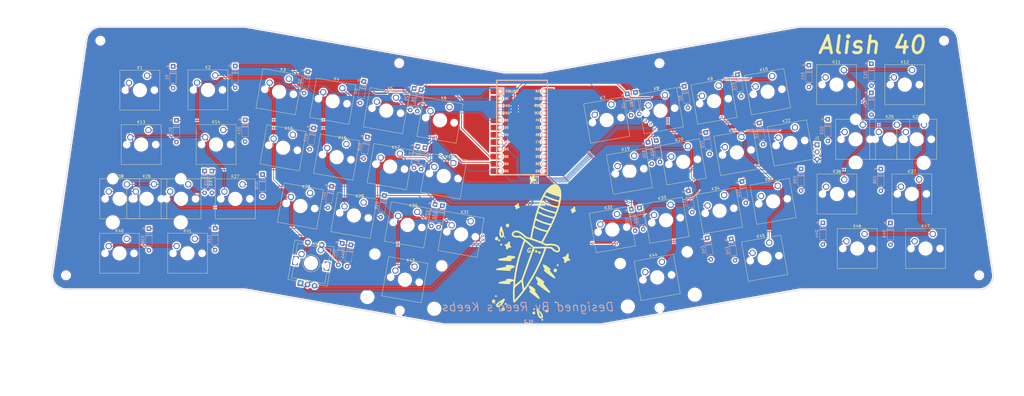
<source format=kicad_pcb>
(kicad_pcb (version 20211014) (generator pcbnew)
  (layers (0 "F.Cu" signal) (31 "B.Cu" signal) (34 "B.Paste" user) (35 "F.Paste" user) (36 "B.SilkS" user "B.Silkscreen") (37 "F.SilkS" user "F.Silkscreen") (38 "B.Mask" user) (39 "F.Mask" user) (44 "Edge.Cuts" user))
  (net 0 "")
  (net 3 "Net-(D1-Pad2)")
  (net 4 "Net-(D2-Pad2)")
  (net 5 "Net-(D3-Pad2)")
  (net 6 "Net-(D4-Pad2)")
  (net 7 "Net-(D5-Pad2)")
  (net 8 "Net-(D6-Pad2)")
  (net 9 "Net-(D7-Pad2)")
  (net 10 "Net-(D8-Pad2)")
  (net 11 "Net-(D9-Pad2)")
  (net 12 "Net-(D10-Pad2)")
  (net 13 "Net-(D11-Pad2)")
  (net 14 "Net-(D12-Pad2)")
  (net 15 "Net-(D13-Pad2)")
  (net 16 "Net-(D14-Pad2)")
  (net 17 "Net-(D15-Pad2)")
  (net 18 "Net-(D16-Pad2)")
  (net 19 "Net-(D17-Pad2)")
  (net 20 "Net-(D18-Pad2)")
  (net 21 "Net-(D19-Pad2)")
  (net 22 "Net-(D20-Pad2)")
  (net 23 "Net-(D21-Pad2)")
  (net 24 "Net-(D22-Pad2)")
  (net 25 "Net-(D23-Pad2)")
  (net 26 "Net-(D24-Pad2)")
  (net 27 "Net-(D25-Pad2)")
  (net 28 "Net-(D26-Pad2)")
  (net 29 "Net-(D27-Pad2)")
  (net 30 "Net-(D28-Pad2)")
  (net 31 "Net-(D29-Pad2)")
  (net 32 "Net-(D30-Pad2)")
  (net 33 "Net-(D31-Pad2)")
  (net 34 "Net-(D32-Pad2)")
  (net 35 "Net-(D33-Pad2)")
  (net 36 "Net-(D34-Pad2)")
  (net 37 "Net-(D35-Pad2)")
  (net 38 "Net-(D36-Pad2)")
  (net 39 "Net-(D37-Pad2)")
  (net 40 "Net-(D38-Pad2)")
  (net 41 "Net-(D39-Pad2)")
  (net 42 "Net-(D41-Pad2)")
  (net 43 "Net-(D42-Pad2)")
  (net 44 "Net-(D43-Pad2)")
  (net 45 "Net-(D44-Pad2)")
  (net 46 "Net-(D45-Pad2)")
  (net 48 "GND")
  (net 49 "ROW1")
  (net 50 "ROW2")
  (net 51 "ROW3")
  (net 52 "ROW4")
  (net 53 "ROW6")
  (net 54 "ROW5")
  (net 55 "ROW8")
  (net 56 "ROW7")
  (net 57 "COL2")
  (net 58 "ENCODER 1")
  (net 59 "ENCODER 2")
  (net 60 "RGB DIN")
  (net 61 "VCC")
  (net 62 "COL1")
  (net 63 "COL3")
  (net 64 "COL4")
  (net 65 "COL5")
  (net 66 "COL6")
  (net 67 "Net-(D40-Pad2)")
  (footprint "Button_Switch_Keyboard:SW_Cherry_MX_1.00u_PCB" (layer "F.Cu") (at 302.55 133.31 10)
    (fp_text reference "K35")
    (fp_text value "KEYSW")
  )
  (footprint "Button_Switch_Keyboard:SW_Cherry_MX_1.00u_PCB" (layer "F.Cu") (at 283.81 136.62 10)
    (fp_text reference "K34")
    (fp_text value "KEYSW")
  )
  (footprint "Button_Switch_Keyboard:SW_Cherry_MX_1.25u_PCB" (layer "F.Cu") (at 74.655 151.9)
    (fp_text reference "K40")
    (fp_text value "KEYSW")
  )
  (footprint "Button_Switch_Keyboard:SW_Cherry_MX_1.00u_PCB" (layer "F.Cu") (at 108.465 113.78)
    (fp_text reference "K14")
    (fp_text value "KEYSW")
  )
  (footprint "Button_Switch_Keyboard:SW_Cherry_MX_1.00u_PCB" (layer "F.Cu") (at 189.02 125.35 -10)
    (fp_text reference "K18")
    (fp_text value "KEYSW")
  )
  (footprint "Button_Switch_Keyboard:SW_Cherry_MX_1.25u_PCB" (layer "F.Cu") (at 98.475 151.87)
    (fp_text reference "K41")
    (fp_text value "KEYSW")
  )
  (footprint "Button_Switch_Keyboard:SW_Cherry_MX_1.00u_PCB" (layer "F.Cu") (at 246.29 143.22 10)
    (fp_text reference "K32")
    (fp_text value "KEYSW")
  )
  (footprint "Button_Switch_Keyboard:SW_Cherry_MX_1.00u_PCB" (layer "F.Cu") (at 132.78 115.44 -10)
    (fp_text reference "K15")
    (fp_text value "KEYSW")
  )
  (footprint "Button_Switch_Keyboard:SW_Cherry_MX_1.00u_PCB" (layer "F.Cu") (at 325.85 131.12)
    (fp_text reference "K36")
    (fp_text value "KEYSW")
  )
  (footprint "Button_Switch_Keyboard:SW_Cherry_MX_1.00u_PCB" (layer "F.Cu") (at 138.843545 135.838243 -10)
    (fp_text reference "K28")
    (fp_text value "KEYSW")
  )
  (footprint "Button_Switch_Keyboard:SW_Cherry_MX_1.00u_PCB" (layer "F.Cu") (at 151.543545 118.718243 -10)
    (fp_text reference "K16")
    (fp_text value "KEYSW")
  )
  (footprint "Button_Switch_Keyboard:SW_Cherry_MX_1.25u_PCB" (layer "F.Cu") (at 356.85 150.21)
    (fp_text reference "K47")
    (fp_text value "KEYSW")
  )
  (footprint "Button_Switch_Keyboard:SW_Cherry_MX_1.00u_PCB" (layer "F.Cu") (at 150.15 99.15 -10)
    (fp_text reference "K4")
    (fp_text value "KEYSW")
  )
  (footprint "Button_Switch_Keyboard:SW_Cherry_MX_1.00u_PCB" (layer "F.Cu") (at 105.62 94.67)
    (fp_text reference "K2")
    (fp_text value "KEYSW")
  )
  (footprint "Button_Switch_Keyboard:SW_Cherry_MX_1.00u_PCB" (layer "F.Cu") (at 252.299279 122.796111 10)
    (fp_text reference "K19")
    (fp_text value "KEYSW")
  )
  (footprint "Button_Switch_Keyboard:SW_Cherry_MX_1.00u_PCB" (layer "F.Cu") (at 300.64 94.94 10)
    (fp_text reference "K10")
    (fp_text value "KEYSW")
  )
  (footprint "Button_Switch_Keyboard:SW_Cherry_MX_1.00u_PCB" (layer "F.Cu") (at 332.35 111.96)
    (fp_text reference "K23")
    (fp_text value "KEYSW")
  )
  (footprint "Button_Switch_Keyboard:SW_Cherry_MX_1.25u_PCB" (layer "F.Cu") (at 332.95 150.21)
    (fp_text reference "K46")
    (fp_text value "KEYSW")
  )
  (footprint "Button_Switch_Keyboard:SW_Cherry_MX_1.00u_PCB" (layer "F.Cu") (at 244.319279 104.866111 10)
    (fp_text reference "K7")
    (fp_text value "KEYSW")
  )
  (footprint "Button_Switch_Keyboard:SW_Cherry_MX_1.00u_PCB" (layer "F.Cu") (at 195.09 145.74 -10)
    (fp_text reference "K31")
    (fp_text value "KEYSW")
  )
  (footprint "Button_Switch_Keyboard:SW_Cherry_MX_1.00u_PCB" (layer "F.Cu") (at 271.08 119.48 10)
    (fp_text reference "K20")
    (fp_text value "KEYSW")
  )
  (footprint "Keebio-Parts:Elite-C-castellated-24pin-holes" (layer "F.Cu") (at 213.05 114.2 -90)
    (fp_text reference "U1" hide)
    (fp_text value "ProMicro" hide)
  )
  (footprint "Button_Switch_Keyboard:SW_Cherry_MX_2.25u_PCB" (layer "F.Cu") (at 84.205 132.785)
    (fp_text reference "K26")
    (fp_text value "KEYSW")
  )
  (footprint "Button_Switch_Keyboard:SW_Cherry_MX_1.00u_PCB" (layer "F.Cu") (at 187.68 105.79 -10)
    (fp_text reference "K6")
    (fp_text value "KEYSW")
  )
  (footprint "Button_Switch_Keyboard:SW_Cherry_MX_1.00u_PCB" (layer "F.Cu") (at 157.583545 139.138243 -10)
    (fp_text reference "K29")
    (fp_text value "KEYSW")
  )
  (footprint "Button_Switch_Keyboard:SW_Cherry_MX_1.00u_PCB" (layer "F.Cu") (at 308.61 112.88 10)
    (fp_text reference "K22")
    (fp_text value "KEYSW")
  )
  (footprint "Button_Switch_Keyboard:SW_Cherry_MX_1.00u_PCB" (layer "F.Cu") (at 265.08 139.94 10)
    (fp_text reference "K33")
    (fp_text value "KEYSW")
  )
  (footprint "Button_Switch_Keyboard:SW_Cherry_MX_1.00u_PCB" (layer "F.Cu") (at 168.91 102.47 -10)
    (fp_text reference "K5")
    (fp_text value "KEYSW")
  )
  (footprint "Diode_THT:D_DO-35_SOD27_P7.62mm_Horizontal" (layer "F.Cu") (at 101.9 128.15 -90)
    (fp_text reference "D37")
    (fp_text value "1N4148")
  )
  (footprint "Button_Switch_Keyboard:SW_Cherry_MX_1.00u_PCB" (layer "F.Cu") (at 289.85 116.2 10)
    (fp_text reference "K21")
    (fp_text value "KEYSW")
  )
  (footprint "Button_Switch_Keyboard:SW_Cherry_MX_1.00u_PCB" (layer "F.Cu") (at 131.38 95.84 -10)
    (fp_text reference "K3")
    (fp_text value "KEYSW")
  )
  (footprint "Button_Switch_Keyboard:SW_Cherry_MX_1.00u_PCB" (layer "F.Cu") (at 170.27 122.06 -10)
    (fp_text reference "K17")
    (fp_text value "KEYSW")
  )
  (footprint "Button_Switch_Keyboard:SW_Cherry_MX_1.00u_PCB" (layer "F.Cu") (at 263.1 101.57 10)
    (fp_text reference "K8")
    (fp_text value "KEYSW")
  )
  (footprint "Keebio-Parts:RotaryEncoder_EC11" (layer "F.Cu") (at 139.25 160.5 80)
    (fp_text reference "E1")
    (fp_text value "RotaryEncoder_Switch")
  )
  (footprint "Button_Switch_Keyboard:SW_Cherry_MX_1.00u_PCB" (layer "F.Cu") (at 281.87 98.24 10)
    (fp_text reference "K9")
    (fp_text value "KEYSW")
  )
  (footprint "Button_Switch_Keyboard:SW_Cherry_MX_1.50u_PCB" (layer "F.Cu") (at 81.785 94.76)
    (fp_text reference "K1")
    (fp_text value "KEYSW")
  )
  (footprint "Connector_PinHeader_2.54mm:PinHeader_1x03_P2.54mm_Vertical" (layer "F.Cu") (at 316.35 118.95)
    (fp_text reference "J1")
    (fp_text value "Conn_01x03")
  )
  (footprint "Button_Switch_Keyboard:SW_Cherry_MX_1.25u_PCB" (layer "F.Cu") (at 299.579279 153.226111 10)
    (fp_text reference "K45")
    (fp_text value "KEYSW")
  )
  (footprint "Button_Switch_Keyboard:SW_Cherry_MX_2.25u_PCB" (layer "F.Cu") (at 175.42 161.63 -10)
    (fp_text reference "K43")
    (fp_text value "KEYSW")
  )
  (footprint "Button_Switch_Keyboard:SW_Cherry_MX_1.25u_PCB" (layer "F.Cu") (at 74.7 132.8)
    (fp_text reference "K38")
    (fp_text value "KEYSW")
  )
  (footprint "Button_Switch_Keyboard:SW_Cherry_MX_2.75u_PCB" (layer "F.Cu") (at 262 159.95 10)
    (fp_text reference "K44")
    (fp_text value "KEYSW")
  )
  (footprint "Button_Switch_Keyboard:SW_Cherry_MX_1.00u_PCB" (layer "F.Cu") (at 96.2 132.8)
    (fp_text reference "K39")
    (fp_text value "KEYSW")
  )
  (footprint "Button_Switch_Keyboard:SW_Cherry_MX_1.50u_PCB" (layer "F.Cu") (at 349.595 92.835)
    (fp_text reference "K12")
    (fp_text value "KEYSW")
  )
  (footprint "Button_Switch_Keyboard:SW_Cherry_MX_1.25u_PCB" (layer "F.Cu") (at 142.56 155.84 -10)
    (fp_text reference "K42")
    (fp_text value "KEYSW")
  )
  (footprint "Button_Switch_Keyboard:SW_Cherry_MX_2.25u_PCB" (layer "F.Cu") (at 344.29 111.95)
    (fp_text reference "K25")
    (fp_text value "KEYSW")
  )
  (footprint "Button_Switch_Keyboard:SW_Cherry_MX_1.00u_PCB" (layer "F.Cu") (at 325.69 92.82)
    (fp_text reference "K11")
    (fp_text value "KEYSW")
  )
  (footprint "Button_Switch_Keyboard:SW_Cherry_MX_1.25u_PCB" (layer "F.Cu") (at 353.78 111.96)
    (fp_text reference "K24")
    (fp_text value "KEYSW")
  )
  (footprint "Button_Switch_Keyboard:SW_Cherry_MX_1.00u_PCB" (layer "F.Cu") (at 176.35 142.47 -10)
    (fp_text reference "K30")
    (fp_text value "KEYSW")
  )
  (footprint "Button_Switch_Keyboard:SW_Cherry_MX_1.75u_PCB" (layer "F.Cu") (at 82.255 113.81)
    (fp_text reference "K13")
    (fp_text value "KEYSW")
  )
  (footprint "Button_Switch_Keyboard:SW_Cherry_MX_1.75u_PCB" (layer "F.Cu") (at 352.06 131.09)
    (fp_text reference "K37")
    (fp_text value "KEYSW")
  )
  (footprint "LOGO" (layer "F.Cu") (at 217.15 156.5 -20)
    (fp_text reference "G***")
    (fp_text value "LOGO" hide)
  )
  (footprint "Button_Switch_Keyboard:SW_Cherry_MX_1.00u_PCB" (layer "F.Cu") (at 115.2 132.82)
    (fp_text reference "K27")
    (fp_text value "KEYSW")
  )
  (footprint "Diode_THT:D_DO-35_SOD27_P7.62mm_Horizontal" (layer "B.Cu") (at 150.0716 153.497883 -100)
    (fp_text reference "D40")
    (fp_text value "1N4148")
  )
  (footprint "Diode_THT:D_DO-35_SOD27_P7.62mm_Horizontal" (layer "B.Cu") (at 92.08 110.41 -90)
    (fp_text reference "D13")
    (fp_text value "1N4148")
  )
  (footprint "Diode_THT:D_DO-35_SOD27_P7.62mm_Horizontal" (layer "B.Cu") (at 249.9 101.15 -80)
    (fp_text reference "D7")
    (fp_text value "1N4148")
  )
  (footprint "Diode_THT:D_DO-35_SOD27_P7.62mm_Horizontal" (layer "B.Cu") (at 104.45 128.15 -90)
    (fp_text reference "D25")
    (fp_text value "1N4148")
  )
  (footprint "Diode_THT:D_DO-35_SOD27_P7.62mm_Horizontal" (layer "B.Cu") (at 269.8 98.5 -80)
    (fp_text reference "D9")
    (fp_text value "1N4148")
  )
  (footprint "Diode_THT:D_DO-35_SOD27_P7.62mm_Horizontal" (layer "B.Cu") (at 122.2 129.4 -90)
    (fp_text reference "D26")
    (fp_text value "1N4148")
  )
  (footprint "Diode_THT:D_DO-35_SOD27_P7.62mm_Horizontal" (layer "B.Cu") (at 320.08 110.04 -90)
    (fp_text reference "D23")
    (fp_text value "1N4148")
  )
  (footprint "Diode_THT:D_DO-35_SOD27_P7.62mm_Horizontal" (layer "B.Cu") (at 175.25 99.25 -100)
    (fp_text reference "D5")
    (fp_text value "1N4148")
  )
  (footprint "Diode_THT:D_DO-35_SOD27_P7.62mm_Horizontal" (layer "B.Cu") (at 338.66 127.44 -90)
    (fp_text reference "D36")
    (fp_text value "1N4148")
  )
  (footprint "Diode_THT:D_DO-35_SOD27_P7.62mm_Horizontal" (layer "B.Cu") (at 140.051598 113.057881 -100)
    (fp_text reference "D15")
    (fp_text value "1N4148")
  )
  (footprint "Diode_THT:D_DO-35_SOD27_P7.62mm_Horizontal" (layer "B.Cu") (at 176.55 119.55 -100)
    (fp_text reference "D17")
    (fp_text value "1N4148")
  )
  (footprint "Diode_THT:D_DO-35_SOD27_P7.62mm_Horizontal" (layer "B.Cu") (at 90.89 91.53 -90)
    (fp_text reference "D1")
    (fp_text value "1N4148")
  )
  (footprint "Diode_THT:D_DO-35_SOD27_P7.62mm_Horizontal" (layer "B.Cu") (at 290.038401 131.797883 -80)
    (fp_text reference "D34")
    (fp_text value "1N4148")
  )
  (footprint "Diode_THT:D_DO-35_SOD27_P7.62mm_Horizontal" (layer "B.Cu") (at 179.05 120 -100)
    (fp_text reference "D18")
    (fp_text value "1N4148")
  )
  (footprint "Diode_THT:D_DO-35_SOD27_P7.62mm_Horizontal" (layer "B.Cu") (at 318.36 146.27 -90)
    (fp_text reference "D44")
    (fp_text value "1N4148")
  )
  (footprint "Diode_THT:D_DO-35_SOD27_P7.62mm_Horizontal" (layer "B.Cu") (at 277.85 151.6 -80)
    (fp_text reference "D42")
    (fp_text value "1N4148")
  )
  (footprint "Diode_THT:D_DO-35_SOD27_P7.62mm_Horizontal" (layer "B.Cu") (at 335.35 90.6 -90)
    (fp_text reference "D12")
    (fp_text value "1N4148")
  )
  (footprint "Diode_THT:D_DO-35_SOD27_P7.62mm_Horizontal" (layer "B.Cu") (at 116.1 110.23 -90)
    (fp_text reference "D14")
    (fp_text value "1N4148")
  )
  (footprint "Diode_THT:D_DO-35_SOD27_P7.62mm_Horizontal" (layer "B.Cu") (at 271.298401 135.097883 -80)
    (fp_text reference "D33")
    (fp_text value "1N4148")
  )
  (footprint "Diode_THT:D_DO-35_SOD27_P7.62mm_Horizontal" (layer "B.Cu") (at 335.35 100.8 -90)
    (fp_text reference "D24")
    (fp_text value "1N4148")
  )
  (footprint "Diode_THT:D_DO-35_SOD27_P7.62mm_Horizontal" (layer "B.Cu") (at 286.278401 151.927883 -80)
    (fp_text reference "D43")
    (fp_text value "1N4148")
  )
  (footprint "Diode_THT:D_DO-35_SOD27_P7.62mm_Horizontal" (layer "B.Cu") (at 277.368401 114.657883 -80)
    (fp_text reference "D21")
    (fp_text value "1N4148")
  )
  (footprint "Diode_THT:D_DO-35_SOD27_P7.62mm_Horizontal" (layer "B.Cu") (at 313.48 91.12 -90)
    (fp_text reference "D11")
    (fp_text value "1N4148")
  )
  (footprint "Diode_THT:D_DO-35_SOD27_P7.62mm_Horizontal" (layer "B.Cu") (at 310.74 127.39 -90)
    (fp_text reference "D35")
    (fp_text value "1N4148")
  )
  (footprint "Diode_THT:D_DO-35_SOD27_P7.62mm_Horizontal" (layer "B.Cu") (at 177.7 99.7 -100)
    (fp_text reference "D6")
    (fp_text value "1N4148")
  )
  (footprint "Diode_THT:D_DO-35_SOD27_P7.62mm_Horizontal" (layer "B.Cu") (at 153.1 154 -100)
    (fp_text reference "D41")
    (fp_text value "1N4148")
  )
  (footprint "Diode_THT:D_DO-35_SOD27_P7.62mm_Horizontal" (layer "B.Cu") (at 112.63 91.39 -90)
    (fp_text reference "D2")
    (fp_text value "1N4148")
  )
  (footprint "Diode_THT:D_DO-35_SOD27_P7.62mm_Horizontal" (layer "B.Cu") (at 342.02 146.34 -90)
    (fp_text reference "D45")
    (fp_text value "1N4148")
  )
  (footprint "Diode_THT:D_DO-35_SOD27_P7.62mm_Horizontal" (layer "B.Cu") (at 254.15 141.05 -80)
    (fp_text reference "D32")
    (fp_text value "1N4148")
  )
  (footprint "Diode_THT:D_DO-35_SOD27_P7.62mm_Horizontal" (layer "B.Cu") (at 288.45 94.45 -80)
    (fp_text reference "D10")
    (fp_text value "1N4148")
  )
  (footprint "Diode_THT:D_DO-35_SOD27_P7.62mm_Horizontal" (layer "B.Cu") (at 157.6716 96.817883 -100)
    (fp_text reference "D4")
    (fp_text value "1N4148")
  )
  (footprint "Diode_THT:D_DO-35_SOD27_P7.62mm_Horizontal" (layer "B.Cu") (at 252.75 100.65 -80)
    (fp_text reference "D8")
    (fp_text value "1N4148")
  )
  (footprint "Diode_THT:D_DO-35_SOD27_P7.62mm_Horizontal" (layer "B.Cu") (at 182.6 139.85 -100)
    (fp_text reference "D29")
    (fp_text value "1N4148")
  )
  (footprint "Diode_THT:D_DO-35_SOD27_P7.62mm_Horizontal" (layer "B.Cu") (at 158.901598 116.277881 -100)
    (fp_text reference "D16")
    (fp_text value "1N4148")
  )
  (footprint "Diode_THT:D_DO-35_SOD27_P7.62mm_Horizontal" (layer "B.Cu") (at 257.15 118.1 -80)
    (fp_text reference "D19")
    (fp_text value "1N4148")
  )
  (footprint "Diode_THT:D_DO-35_SOD27_P7.62mm_Horizontal" (layer "B.Cu") (at 105.6 148.2 -90)
    (fp_text reference "D39")
    (fp_text value "1N4148")
  )
  (footprint "Diode_THT:D_DO-35_SOD27_P7.62mm_Horizontal" (layer "B.Cu") (at 164.8616 136.767881 -100)
    (fp_text reference "D28")
    (fp_text value "1N4148")
  )
  (footprint "Diode_THT:D_DO-35_SOD27_P7.62mm_Horizontal" (layer "B.Cu") (at 82.42 148.31 -90)
    (fp_text reference "D38")
    (fp_text value "1N4148")
  )
  (footprint "Diode_THT:D_DO-35_SOD27_P7.62mm_Horizontal" (layer "B.Cu") (at 185.15 140.3 -100)
    (fp_text reference "D30")
    (fp_text value "1N4148")
  )
  (footprint "Diode_THT:D_DO-35_SOD27_P7.62mm_Horizontal" (layer "B.Cu") (at 251.3 141.55 -80)
    (fp_text reference "D31")
    (fp_text value "1N4148")
  )
  (footprint "Diode_THT:D_DO-35_SOD27_P7.62mm_Horizontal" (layer "B.Cu") (at 296.088401 111.307883 -80)
    (fp_text reference "D22")
    (fp_text value "1N4148")
  )
  (footprint "Diode_THT:D_DO-35_SOD27_P7.62mm_Horizontal" (layer "B.Cu") (at 260.05 117.5 -80)
    (fp_text reference "D20")
    (fp_text value "1N4148")
  )
  (footprint "Diode_THT:D_DO-35_SOD27_P7.62mm_Horizontal" (layer "B.Cu") (at 146.391598 133.497881 -100)
    (fp_text reference "D27")
    (fp_text value "1N4148")
  )
  (footprint "Diode_THT:D_DO-35_SOD27_P7.62mm_Horizontal" (layer "B.Cu") (at 138.081598 93.377881 -100)
    (fp_text reference "D3")
    (fp_text value "1N4148")
  )
  (gr_arc (start 360.79128 77.512686) (mid 364.055628 78.725335) (end 365.736574 81.775074) (layer "Edge.Cuts") (width 0.2))
  (gr_line (start 48.388904 164.666732) (end 60.498298 81.764067) (layer "Edge.Cuts") (width 0.2))
  (gr_circle (center 261.17 176.04) (end 262.42 176.04) (layer "Edge.Cuts") (width 0.1) (fill none))
  (gr_line (start 365.736574 81.775074) (end 378.10082 164.670725) (layer "Edge.Cuts") (width 0.2))
  (gr_line (start 373.10082 169.670725) (end 311.005465 169.670725) (layer "Edge.Cuts") (width 0.2))
  (gr_line (start 310.138804 169.746408) (end 245.998856 181.034797) (layer "Edge.Cuts") (width 0.2))
  (gr_line (start 310.540358 77.512686) (end 360.79128 77.512686) (layer "Edge.Cuts") (width 0.2))
  (gr_circle (center 53.39 164.67) (end 54.64 164.67) (layer "Edge.Cuts") (width 0.1) (fill none))
  (gr_arc (start 115.712805 77.521718) (mid 116.149575 77.540799) (end 116.583008 77.597961) (layer "Edge.Cuts") (width 0.2))
  (gr_arc (start 60.498298 81.764067) (mid 62.184599 78.730327) (end 65.439636 77.525372) (layer "Edge.Cuts") (width 0.2))
  (gr_line (start 245.998856 181.034797) (end 240.721065 181.96383) (layer "Edge.Cuts") (width 0.2))
  (gr_circle (center 261.17 90.44) (end 262.42 90.44) (layer "Edge.Cuts") (width 0.1) (fill none))
  (gr_circle (center 65.43 82.53) (end 66.68 82.53) (layer "Edge.Cuts") (width 0.1) (fill none))
  (gr_line (start 311.005465 169.670725) (end 310.138804 169.746408) (layer "Edge.Cuts") (width 0.2))
  (gr_arc (start 53.388904 169.668731) (mid 49.852663 168.203558) (end 48.388904 164.666732) (layer "Edge.Cuts") (width 0.2))
  (gr_arc (start 378.10082 164.670725) (mid 376.636354 168.206259) (end 373.10082 169.670725) (layer "Edge.Cuts") (width 0.2))
  (gr_circle (center 170.25 177.04) (end 171.5 177.04) (layer "Edge.Cuts") (width 0.1) (fill none))
  (gr_circle (center 360.79128 82.512686) (end 362.04128 82.512686) (layer "Edge.Cuts") (width 0.1) (fill none))
  (gr_line (start 185.76482 181.96383) (end 116.347078 169.74444) (layer "Edge.Cuts") (width 0.2))
  (gr_circle (center 373.1 164.67) (end 374.35 164.67) (layer "Edge.Cuts") (width 0.1) (fill none))
  (gr_arc (start 309.668023 77.589371) (mid 310.102508 77.531894) (end 310.540358 77.512686) (layer "Edge.Cuts") (width 0.2))
  (gr_line (start 116.347078 169.74444) (end 115.48027 169.668731) (layer "Edge.Cuts") (width 0.2))
  (gr_line (start 65.439636 77.525372) (end 115.712805 77.521718) (layer "Edge.Cuts") (width 0.2))
  (gr_line (start 240.721065 181.96383) (end 185.76482 181.96383) (layer "Edge.Cuts") (width 0.2))
  (gr_line (start 115.48027 169.668731) (end 53.388904 169.668731) (layer "Edge.Cuts") (width 0.2))
  (gr_line (start 116.583008 77.597961) (end 206.853797 93.545369) (layer "Edge.Cuts") (width 0.2))
  (gr_line (start 219.615062 93.545369) (end 309.668023 77.589371) (layer "Edge.Cuts") (width 0.2))
  (gr_line (start 206.853797 93.545369) (end 219.615062 93.545369) (layer "Edge.Cuts") (width 0.2))
  (gr_circle (center 170.05 90.38) (end 171.3 90.38) (layer "Edge.Cuts") (width 0.1) (fill none))
  (gr_text "Designed By Reed's Keebs" (at 215.23 175.74) (layer "B.SilkS") (effects (font (size 3 3) (thickness 0.3) italic) (justify mirror)))
  (gr_text "V1.2" (at 215.39 180.85) (layer "B.SilkS") (effects (font (size 1 1) (thickness 0.25)) (justify mirror)))
  (gr_text "Alish 40" (at 335.55 84.02) (layer "F.SilkS") (effects (font (size 6 6) (thickness 1) italic)))
  (segment (start 81.785 94.76) (end 86.5 94.76) (width 0.25) (layer "F.Cu") (net 3))
  (segment (start 86.5 94.76) (end 90.89 99.15) (width 0.25) (layer "F.Cu") (net 3))
  (segment (start 105.62 94.67) (end 108.29 94.67) (width 0.25) (layer "F.Cu") (net 4))
  (segment (start 108.29 94.67) (end 112.63 99.01) (width 0.25) (layer "F.Cu") (net 4))
  (segment (start 136.422116 100.882116) (end 136.758399 100.882116) (width 0.25) (layer "F.Cu") (net 5))
  (segment (start 131.38 95.84) (end 136.422116 100.882116) (width 0.25) (layer "F.Cu") (net 5))
  (segment (start 155.322118 104.322118) (end 156.348401 104.322118) (width 0.25) (layer "F.Cu") (net 6))
  (segment (start 150.15 99.15) (end 155.322118 104.322118) (width 0.25) (layer "F.Cu") (net 6))
  (segment (start 173.194235 106.754235) (end 173.926801 106.754235) (width 0.25) (layer "F.Cu") (net 7))
  (segment (start 168.91 102.47) (end 173.194235 106.754235) (width 0.25) (layer "F.Cu") (net 7))
  (segment (start 186.580001 104.690001) (end 177.409999 104.690001) (width 0.25) (layer "F.Cu") (net 8))
  (segment (start 176.376801 105.723199) (end 176.376801 107.204235) (width 0.25) (layer "F.Cu") (net 8))
  (segment (start 177.409999 104.690001) (end 176.376801 105.723199) (width 0.25) (layer "F.Cu") (net 8))
  (segment (start 187.68 105.79) (end 186.580001 104.690001) (width 0.25) (layer "F.Cu") (net 8))
  (segment (start 238.506816 108.470189) (end 240.277005 106.7) (width 0.25) (layer "F.Cu") (net 9))
  (segment (start 240.277005 106.7) (end 249.268964 106.7) (width 0.25) (layer "F.Cu") (net 9))
  (segment (start 249.268964 106.7) (end 251.223199 108.654235) (width 0.25) (layer "F.Cu") (net 9))
  (segment (start 257.287537 105.174078) (end 254.519638 105.174078) (width 0.25) (layer "F.Cu") (net 10))
  (segment (start 254.519638 105.174078) (end 254.073199 105.620517) (width 0.25) (layer "F.Cu") (net 10))
  (segment (start 254.073199 105.620517) (end 254.073199 108.154235) (width 0.25) (layer "F.Cu") (net 10))
  (segment (start 276.057537 101.844078) (end 273.04964 101.844078) (width 0.25) (layer "F.Cu") (net 11))
  (segment (start 271.123199 103.770519) (end 271.123199 106.004235) (width 0.25) (layer "F.Cu") (net 11))
  (segment (start 273.04964 101.844078) (end 271.123199 103.770519) (width 0.25) (layer "F.Cu") (net 11))
  (segment (start 289.773199 100.500519) (end 289.773199 101.954235) (width 0.25) (layer "F.Cu") (net 12))
  (segment (start 291.72964 98.544078) (end 289.773199 100.500519) (width 0.25) (layer "F.Cu") (net 12))
  (segment (start 294.827537 98.544078) (end 291.72964 98.544078) (width 0.25) (layer "F.Cu") (net 12))
  (segment (start 319.34 95.36) (end 316.86 95.36) (width 0.25) (layer "F.Cu") (net 13))
  (segment (start 316.86 95.36) (end 313.48 98.74) (width 0.25) (layer "F.Cu") (net 13))
  (segment (start 343.245 95.375) (end 338.745 95.375) (width 0.25) (layer "F.Cu") (net 14))
  (segment (start 338.745 95.375) (end 335.9 98.22) (width 0.25) (layer "F.Cu") (net 14))
  (segment (start 335.9 98.22) (end 335.35 98.22) (width 0.25) (layer "F.Cu") (net 14))
  (segment (start 87.86 113.81) (end 92.08 118.03) (width 0.25) (layer "F.Cu") (net 15))
  (segment (start 82.255 113.81) (end 87.86 113.81) (width 0.25) (layer "F.Cu") (net 15))
  (segment (start 108.465 113.78) (end 112.03 113.78) (width 0.25) (layer "F.Cu") (net 16))
  (segment (start 112.03 113.78) (end 116.1 117.85) (width 0.25) (layer "F.Cu") (net 16))
  (segment (start 137.902116 120.562116) (end 138.728399 120.562116) (width 0.25) (layer "F.Cu") (net 17))
  (segment (start 132.78 115.44) (end 137.902116 120.562116) (width 0.25) (layer "F.Cu") (net 17))
  (segment (start 151.543545 118.718243) (end 156.607418 123.782116) (width 0.25) (layer "F.Cu") (net 18))
  (segment (start 156.607418 123.782116) (end 157.578399 123.782116) (width 0.25) (layer "F.Cu") (net 18))
  (segment (start 170.27 122.06) (end 175.226801 127.016801) (width 0.25) (layer "F.Cu") (net 19))
  (segment (start 175.226801 127.016801) (end 175.226801 127.054235) (width 0.25) (layer "F.Cu") (net 19))
  (segment (start 187.920001 124.250001) (end 180.981035 124.250001) (width 0.25) (layer "F.Cu") (net 20))
  (segment (start 189.02 125.35) (end 187.920001 124.250001) (width 0.25) (layer "F.Cu") (net 20))
  (segment (start 180.981035 124.250001) (end 177.726801 127.504235) (width 0.25) (layer "F.Cu") (net 20))
  (segment (start 258.273199 125.804235) (end 258.473199 125.604235) (width 0.25) (layer "F.Cu") (net 21))
  (segment (start 247.08277 125.804235) (end 258.273199 125.804235) (width 0.25) (layer "F.Cu") (net 21))
  (segment (start 246.486816 126.400189) (end 247.08277 125.804235) (width 0.25) (layer "F.Cu") (net 21))
  (segment (start 261.373199 123.940519) (end 261.373199 125.004235) (width 0.25) (layer "F.Cu") (net 22))
  (segment (start 265.267537 123.084078) (end 262.22964 123.084078) (width 0.25) (layer "F.Cu") (net 22))
  (segment (start 262.22964 123.084078) (end 261.373199 123.940519) (width 0.25) (layer "F.Cu") (net 22))
  (segment (start 281.04964 119.804078) (end 278.6916 122.162118) (width 0.25) (layer "F.Cu") (net 23))
  (segment (start 284.037537 119.804078) (end 281.04964 119.804078) (width 0.25) (layer "F.Cu") (net 23))
  (segment (start 299.73964 116.484078) (end 302.797537 116.484078) (width 0.25) (layer "F.Cu") (net 24))
  (segment (start 297.4116 118.812118) (end 299.73964 116.484078) (width 0.25) (layer "F.Cu") (net 24))
  (segment (start 326 114.5) (end 323.24 114.5) (width 0.25) (layer "F.Cu") (net 25))
  (segment (start 323.24 114.5) (end 320.08 117.66) (width 0.25) (layer "F.Cu") (net 25))
  (segment (start 337.94 110.61) (end 337.94 114.49) (width 0.25) (layer "F.Cu") (net 26))
  (segment (start 335.35 108.42) (end 335.75 108.42) (width 0.25) (layer "F.Cu") (net 26))
  (segment (start 335.75 108.42) (end 337.94 110.61) (width 0.25) (layer "F.Cu") (net 26))
  (segment (start 337.94 114.49) (end 347.42 114.49) (width 0.25) (layer "B.Cu") (net 26))
  (segment (start 347.42 114.49) (end 347.43 114.5) (width 0.25) (layer "B.Cu") (net 26))
  (segment (start 104.25 135.77) (end 104.45 135.77) (width 0.25) (layer "F.Cu") (net 27))
  (segment (start 96.55 136.55) (end 99.55 136.55) (width 0.25) (layer "F.Cu") (net 27))
  (segment (start 84.205 132.785) (end 92.785 132.785) (width 0.25) (layer "F.Cu") (net 27))
  (segment (start 92.785 132.785) (end 96.55 136.55) (width 0.25) (layer "F.Cu") (net 27))
  (segment (start 103.95 137.75) (end 104.45 137.25) (width 0.25) (layer "F.Cu") (net 27))
  (segment (start 100.75 137.75) (end 103.95 137.75) (width 0.25) (layer "F.Cu") (net 27))
  (segment (start 104.45 137.25) (end 104.45 135.77) (width 0.25) (layer "F.Cu") (net 27))
  (segment (start 99.55 136.55) (end 100.75 137.75) (width 0.25) (layer "F.Cu") (net 27))
  (segment (start 74.7 132.8) (end 84.19 132.8) (width 0.25) (layer "B.Cu") (net 27))
  (segment (start 84.19 132.8) (end 84.205 132.785) (width 0.25) (layer "B.Cu") (net 27))
  (segment (start 115.2 132.82) (end 118 132.82) (width 0.25) (layer "F.Cu") (net 28))
  (segment (start 118 132.82) (end 122.2 137.02) (width 0.25) (layer "F.Cu") (net 28))
  (segment (start 144.007418 141.002116) (end 145.068399 141.002116) (width 0.25) (layer "F.Cu") (net 29))
  (segment (start 138.843545 135.838243) (end 144.007418 141.002116) (width 0.25) (layer "F.Cu") (net 29))
  (segment (start 157.583545 139.138243) (end 162.717418 144.272116) (width 0.25) (layer "F.Cu") (net 30))
  (segment (start 162.717418 144.272116) (end 163.538401 144.272116) (width 0.25) (layer "F.Cu") (net 30))
  (segment (start 181.234235 147.354235) (end 181.276801 147.354235) (width 0.25) (layer "F.Cu") (net 31))
  (segment (start 176.35 142.47) (end 181.234235 147.354235) (width 0.25) (layer "F.Cu") (net 31))
  (segment (start 194.581036 145.231036) (end 195.09 145.74) (width 0.25) (layer "F.Cu") (net 32))
  (segment (start 186.4 145.231036) (end 194.581036 145.231036) (width 0.25) (layer "F.Cu") (net 32))
  (segment (start 183.826801 147.804235) (end 186.4 145.231036) (width 0.25) (layer "F.Cu") (net 32))
  (segment (start 250.8 145.85) (end 252.623199 147.673199) (width 0.25) (layer "B.Cu") (net 33))
  (segment (start 252.623199 147.673199) (end 252.623199 149.054235) (width 0.25) (layer "B.Cu") (net 33))
  (segment (start 240.477537 146.824078) (end 241.451615 145.85) (width 0.25) (layer "B.Cu") (net 33))
  (segment (start 241.451615 145.85) (end 250.8 145.85) (width 0.25) (layer "B.Cu") (net 33))
  (segment (start 256.679636 143.544078) (end 255.473199 144.750515) (width 0.25) (layer "F.Cu") (net 34))
  (segment (start 259.267537 143.544078) (end 256.679636 143.544078) (width 0.25) (layer "F.Cu") (net 34))
  (segment (start 255.473199 144.750515) (end 255.473199 148.554235) (width 0.25) (layer "F.Cu") (net 34))
  (segment (start 274.99964 140.224078) (end 272.6216 142.602118) (width 0.25) (layer "F.Cu") (net 35))
  (segment (start 277.997537 140.224078) (end 274.99964 140.224078) (width 0.25) (layer "F.Cu") (net 35))
  (segment (start 293.74964 136.914078) (end 291.3616 139.302118) (width 0.25) (layer "F.Cu") (net 36))
  (segment (start 296.737537 136.914078) (end 293.74964 136.914078) (width 0.25) (layer "F.Cu") (net 36))
  (segment (start 312.09 133.66) (end 310.74 135.01) (width 0.25) (layer "F.Cu") (net 37))
  (segment (start 319.5 133.66) (end 312.09 133.66) (width 0.25) (layer "F.Cu") (net 37))
  (segment (start 345.71 133.63) (end 340.09 133.63) (width 0.25) (layer "F.Cu") (net 38))
  (segment (start 340.09 133.63) (end 338.66 135.06) (width 0.25) (layer "F.Cu") (net 38))
  (segment (start 101.9 135.77) (end 99.17 135.77) (width 0.25) (layer "B.Cu") (net 39))
  (segment (start 99.17 135.77) (end 96.2 132.8) (width 0.25) (layer "B.Cu") (net 39))
  (segment (start 74.655 151.9) (end 78.39 151.9) (width 0.25) (layer "F.Cu") (net 40))
  (segment (start 78.39 151.9) (end 82.42 155.93) (width 0.25) (layer "F.Cu") (net 40))
  (segment (start 98.475 151.87) (end 101.65 151.87) (width 0.25) (layer "F.Cu") (net 41))
  (segment (start 101.65 151.87) (end 105.6 155.82) (width 0.25) (layer "F.Cu") (net 41))
  (segment (start 151.754235 161.504235) (end 151.75 161.5) (width 0.25) (layer "F.Cu") (net 42))
  (segment (start 152.4 160.85) (end 174.64 160.85) (width 0.25) (layer "F.Cu") (net 42))
  (segment (start 151.75 161.5) (end 152.4 160.85) (width 0.25) (layer "F.Cu") (net 42))
  (segment (start 174.64 160.85) (end 175.42 161.63) (width 0.25) (layer "F.Cu") (net 42))
  (segment (start 151.776801 161.504235) (end 151.754235 161.504235) (width 0.25) (layer "F.Cu") (net 42))
  (segment (start 267.145765 159.104235) (end 263.95 162.3) (width 0.25) (layer "F.Cu") (net 43))
  (segment (start 257.945922 163.554078) (end 256.187537 163.554078) (width 0.25) (layer "F.Cu") (net 43))
  (segment (start 259.2 162.3) (end 257.945922 163.554078) (width 0.25) (layer "F.Cu") (net 43))
  (segment (start 263.95 162.3) (end 259.2 162.3) (width 0.25) (layer "F.Cu") (net 43))
  (segment (start 279.173199 159.104235) (end 267.145765 159.104235) (width 0.25) (layer "F.Cu") (net 43))
  (segment (start 290.203529 156.830189) (end 287.6016 159.432118) (width 0.25) (layer "F.Cu") (net 44))
  (segment (start 293.766816 156.830189) (end 290.203529 156.830189) (width 0.25) (layer "F.Cu") (net 44))
  (segment (start 319.5 152.75) (end 318.36 153.89) (width 0.25) (layer "F.Cu") (net 45))
  (segment (start 326.6 152.75) (end 319.5 152.75) (width 0.25) (layer "F.Cu") (net 45))
  (segment (start 350.5 152.75) (end 343.23 152.75) (width 0.25) (layer "F.Cu") (net 46))
  (segment (start 343.23 152.75) (end 342.02 153.96) (width 0.25) (layer "F.Cu") (net 46))
  (via (at 209.2 105.35) (size 0.8) (drill 0.4) (layers "F.Cu" "B.Cu") (net 48))
  (via (at 211.8 107.45) (size 0.8) (drill 0.4) (layers "F.Cu" "B.Cu") (net 48))
  (via (at 209.2 107.5) (size 0.8) (drill 0.4) (layers "F.Cu" "B.Cu") (net 48))
  (via (at 211.8 106.4) (size 0.8) (drill 0.4) (layers "F.Cu" "B.Cu") (net 48))
  (via (at 209.2 106.45) (size 0.8) (drill 0.4) (layers "F.Cu" "B.Cu") (net 48))
  (via (at 211.8 105.35) (size 0.8) (drill 0.4) (layers "F.Cu" "B.Cu") (net 48))
  (segment (start 211.75 107.5) (end 211.8 107.45) (width 0.25) (layer "B.Cu") (net 48))
  (segment (start 211.8 105.35) (end 209.2 105.35) (width 0.25) (layer "B.Cu") (net 48))
  (segment (start 209.2 107.5) (end 211.75 107.5) (width 0.25) (layer "B.Cu") (net 48))
  (segment (start 209.2 106.45) (end 209.25 106.4) (width 0.25) (layer "B.Cu") (net 48))
  (segment (start 209.25 106.4) (end 211.8 106.4) (width 0.25) (layer "B.Cu") (net 48))
  (segment (start 138.081598 93.377881) (end 157.577881 93.377881) (width 0.25) (layer "F.Cu") (net 49))
  (segment (start 269.8 98.5) (end 272.4 95.9) (width 0.25) (layer "F.Cu") (net 49))
  (segment (start 177.7 96.8) (end 175.25 99.25) (width 0.25) (layer "F.Cu") (net 49))
  (segment (start 109.277881 93.377881) (end 107.43 91.53) (width 0.25) (layer "F.Cu") (net 49))
  (segment (start 138.081598 93.377881) (end 109.277881 93.377881) (width 0.25) (layer "F.Cu") (net 49))
  (segment (start 210.35 100.2) (end 213.75 96.8) (width 0.25) (layer "F.Cu") (net 49))
  (segment (start 257.9 102.35) (end 261.7 98.55) (width 0.25) (layer "F.Cu") (net 49))
  (segment (start 261.7 98.55) (end 269.75 98.55) (width 0.25) (layer "F.Cu") (net 49))
  (segment (start 269.75 98.55) (end 269.8 98.5) (width 0.25) (layer "F.Cu") (net 49))
  (segment (start 245.55 96.8) (end 177.7 96.8) (width 0.25) (layer "F.Cu") (net 49))
  (segment (start 157.577881 93.377881) (end 164.327881 100.127881) (width 0.25) (layer "F.Cu") (net 49))
  (segment (start 164.327881 100.127881) (end 174.372119 100.127881) (width 0.25) (layer "F.Cu") (net 49))
  (segment (start 210.35 115.63) (end 210.35 100.2) (width 0.25) (layer "F.Cu") (net 49))
  (segment (start 297.13 91.12) (end 313.48 91.12) (width 0.25) (layer "F.Cu") (net 49))
  (segment (start 213.75 96.8) (end 214.4 96.8) (width 0.25) (layer "F.Cu") (net 49))
  (segment (start 107.43 91.53) (end 90.89 91.53) (width 0.25) (layer "F.Cu") (net 49))
  (segment (start 272.4 95.9) (end 292.35 95.9) (width 0.25) (layer "F.Cu") (net 49))
  (segment (start 251.1 102.35) (end 257.9 102.35) (width 0.25) (layer "F.Cu") (net 49))
  (segment (start 249.9 101.15) (end 245.55 96.8) (width 0.25) (layer "F.Cu") (net 49))
  (segment (start 292.35 95.9) (end 297.13 91.12) (width 0.25) (layer "F.Cu") (net 49))
  (segment (start 174.372119 100.127881) (end 175.25 99.25) (width 0.25) (layer "F.Cu") (net 49))
  (segment (start 249.9 101.15) (end 251.1 102.35) (width 0.25) (layer "F.Cu") (net 49))
  (segment (start 205.43 120.55) (end 210.35 115.63) (width 0.25) (layer "F.Cu") (net 49))
  (segment (start 334.4 89.65) (end 335.35 90.6) (width 0.25) (layer "F.Cu") (net 50))
  (segment (start 188.3 99.7) (end 177.7 99.7) (width 0.25) (layer "F.Cu") (net 50))
  (segment (start 176.509083 100.890917) (end 161.744634 100.890917) (width 0.25) (layer "F.Cu") (net 50))
  (segment (start 296.5 89.65) (end 334.4 89.65) (width 0.25) (layer "F.Cu") (net 50))
  (segment (start 191.9 113.213) (end 201.777 123.09) (width 0.25) (layer "F.Cu") (net 50))
  (segment (start 177.7 99.7) (end 176.509083 100.890917) (width 0.25) (layer "F.Cu") (net 50))
  (segment (start 161.744634 100.890917) (end 157.6716 96.817883) (width 0.25) (layer "F.Cu") (net 50))
  (segment (start 253.322118 100.077882) (end 252.75 100.65) (width 0.25) (layer "F.Cu") (net 50))
  (segment (start 258.522118 100.077882) (end 253.322118 100.077882) (width 0.25) (layer "F.Cu") (net 50))
  (segment (start 263.45 95.15) (end 258.522118 100.077882) (width 0.25) (layer "F.Cu") (net 50))
  (segment (start 288.45 94.45) (end 289.542117 93.357883) (width 0.25) (layer "F.Cu") (net 50))
  (segment (start 287.75 95.15) (end 263.45 95.15) (width 0.25) (layer "F.Cu") (net 50))
  (segment (start 191.9 103.3) (end 188.3 99.7) (width 0.25) (layer "F.Cu") (net 50))
  (segment (start 289.542117 93.357883) (end 292.792117 93.357883) (width 0.25) (layer "F.Cu") (net 50))
  (segment (start 201.777 123.09) (end 205.43 123.09) (width 0.25) (layer "F.Cu") (net 50))
  (segment (start 288.45 94.45) (end 287.75 95.15) (width 0.25) (layer "F.Cu") (net 50))
  (segment (start 292.792117 93.357883) (end 296.5 89.65) (width 0.25) (layer "F.Cu") (net 50))
  (segment (start 191.9 103.3) (end 191.9 113.213) (width 0.25) (layer "F.Cu") (net 50))
  (segment (start 248.7 96.8) (end 252.55 100.65) (width 0.25) (layer "B.Cu") (net 50))
  (segment (start 177.7 99.7) (end 180.6 96.8) (width 0.25) (layer "B.Cu") (net 50))
  (segment (start 157.6716 96.817883) (end 137.117883 96.817883) (width 0.25) (layer "B.Cu") (net 50))
  (segment (start 252.55 100.65) (end 252.75 100.65) (width 0.25) (layer "B.Cu") (net 50))
  (segment (start 180.6 96.8) (end 248.7 96.8) (width 0.25) (layer "B.Cu") (net 50))
  (segment (start 131.69 91.39) (end 112.63 91.39) (width 0.25) (layer "B.Cu") (net 50))
  (segment (start 137.117883 96.817883) (end 131.69 91.39) (width 0.25) (layer "B.Cu") (net 50))
  (segment (start 115.157881 113.057881) (end 140.051598 113.057881) (width 0.25) (layer "F.Cu") (net 51))
  (segment (start 306.76 110.04) (end 320.08 110.04) (width 0.25) (layer "F.Cu") (net 51))
  (segment (start 257.15 117.05) (end 259.542117 114.657883) (width 0.25) (layer "F.Cu") (net 51))
  (segment (start 278.126284 113.9) (end 302.9 113.9) (width 0.25) (layer "F.Cu") (net 51))
  (segment (start 184.6 122.8) (end 189.75 122.8) (width 0.25) (layer "F.Cu") (net 51))
  (segment (start 92.08 110.41) (end 112.51 110.41) (width 0.25) (layer "F.Cu") (net 51))
  (segment (start 259.542117 114.657883) (end 277.368401 114.657883) (width 0.25) (layer "F.Cu") (net 51))
  (segment (start 189.75 122.8) (end 192.05 125.1) (width 0.25) (layer "F.Cu") (net 51))
  (segment (start 176.342117 119.757883) (end 176.55 119.55) (width 0.25) (layer "F.Cu") (net 51))
  (segment (start 158.207883 119.757883) (end 176.342117 119.757883) (width 0.25) (layer "F.Cu") (net 51))
  (segment (start 112.51 110.41) (end 115.157881 113.057881) (width 0.25) (layer "F.Cu") (net 51))
  (segment (start 178.1 122.8) (end 176.55 121.25) (width 0.25) (layer "F.Cu") (net 51))
  (segment (start 257.15 118.1) (end 257.15 117.05) (width 0.25) (layer "F.Cu") (net 51))
  (segment (start 176.55 121.25) (end 176.55 119.55) (width 0.25) (layer "F.Cu") (net 51))
  (segment (start 302.9 113.9) (end 306.76 110.04) (width 0.25) (layer "F.Cu") (net 51))
  (segment (start 184.6 122.8) (end 178.1 122.8) (width 0.25) (layer "F.Cu") (net 51))
  (segment (start 277.368401 114.657883) (end 278.126284 113.9) (width 0.25) (layer "F.Cu") (net 51))
  (segment (start 140.051598 113.057881) (end 151.507881 113.057881) (width 0.25) (layer "F.Cu") (net 51))
  (segment (start 192.05 125.1) (end 204.9 125.1) (width 0.25) (layer "F.Cu") (net 51))
  (segment (start 151.507881 113.057881) (end 158.207883 119.757883) (width 0.25) (layer "F.Cu") (net 51))
  (segment (start 204.9 125.1) (end 205.43 125.63) (width 0.25) (layer "F.Cu") (net 51))
  (via (at 184.6 122.8) (size 0.8) (drill 0.4) (layers "F.Cu" "B.Cu") (net 51))
  (segment (start 184.6 122.8) (end 184.6 122.944564) (width 0.25) (layer "B.Cu") (net 51))
  (segment (start 242.35 118.3) (end 256.95 118.3) (width 0.25) (layer "B.Cu") (net 51))
  (segment (start 228.7 131.95) (end 242.35 118.3) (width 0.25) (layer "B.Cu") (net 51))
  (segment (start 193.605436 131.95) (end 228.7 131.95) (width 0.25) (layer "B.Cu") (net 51))
  (segment (start 256.95 118.3) (end 257.15 118.1) (width 0.25) (layer "B.Cu") (net 51))
  (segment (start 184.6 122.944564) (end 193.605436 131.95) (width 0.25) (layer "B.Cu") (net 51))
  (segment (start 335.35 100.8) (end 332.15 104) (width 0.25) (layer "F.Cu") (net 52))
  (segment (start 179.05 120) (end 182.772119 116.277881) (width 0.25) (layer "F.Cu") (net 52))
  (segment (start 303.396284 104) (end 296.088401 111.307883) (width 0.25) (layer "F.Cu") (net 52))
  (segment (start 261.742117 111.307883) (end 259.6 113.45) (width 0.25) (layer "F.Cu") (net 52))
  (segment (start 332.15 104) (end 303.396284 104) (width 0.25) (layer "F.Cu") (net 52))
  (segment (start 296.088401 111.307883) (end 261.742117 111.307883) (width 0.25) (layer "F.Cu") (net 52))
  (segment (start 158.901598 116.277881) (end 152.853717 110.23) (width 0.25) (layer "F.Cu") (net 52))
  (segment (start 182.772119 116.277881) (end 158.901598 116.277881) (width 0.25) (layer "F.Cu") (net 52))
  (segment (start 152.853717 110.23) (end 116.1 110.23) (width 0.25) (layer "F.Cu") (net 52))
  (via (at 259.6 113.45) (size 0.8) (drill 0.4) (layers "F.Cu" "B.Cu") (net 52))
  (via (at 182.772119 116.277881) (size 0.8) (drill 0.4) (layers "F.Cu" "B.Cu") (net 52))
  (segment (start 259.6 113.45) (end 258.568401 114.481599) (width 0.25) (layer "B.Cu") (net 52))
  (segment (start 259.6 113.45) (end 246.461648 113.45) (width 0.25) (layer "B.Cu") (net 52))
  (segment (start 258.568401 114.481599) (end 258.568401 116.018401) (width 0.25) (layer "B.Cu") (net 52))
  (segment (start 182.772119 116.277881) (end 194.664238 128.17) (width 0.25) (layer "B.Cu") (net 52))
  (segment (start 246.461648 113.45) (end 228.461647 131.45) (width 0.25) (layer "B.Cu") (net 52))
  (segment (start 258.568401 116.018401) (end 260.05 117.5) (width 0.25) (layer "B.Cu") (net 52))
  (segment (start 228.461647 131.45) (end 208.9 131.45) (width 0.25) (layer "B.Cu") (net 52))
  (segment (start 205.62 128.17) (end 205.43 128.17) (width 0.25) (layer "B.Cu") (net 52))
  (segment (start 194.664238 128.17) (end 205.43 128.17) (width 0.25) (layer "B.Cu") (net 52))
  (segment (start 208.9 131.45) (end 205.62 128.17) (width 0.25) (layer "B.Cu") (net 52))
  (segment (start 182.6 139.85) (end 182.6 138.676283) (width 0.25) (layer "F.Cu") (net 53))
  (segment (start 271.298401 133.051599) (end 275.4 128.95) (width 0.25) (layer "F.Cu") (net 53))
  (segment (start 271.298401 135.097883) (end 271.298401 133.051599) (width 0.25) (layer "F.Cu") (net 53))
  (segment (start 251.3 141.55) (end 251.3 137.3) (width 0.25) (layer "F.Cu") (net 53))
  (segment (start 182.6 138.676283) (end 177.421598 133.497881) (width 0.25) (layer "F.Cu") (net 53))
  (segment (start 133.3 132.35) (end 144.304238 132.35) (width 0.25) (layer "F.Cu") (net 53))
  (segment (start 144.304238 132.35) (end 145.452119 133.497881) (width 0.25) (layer "F.Cu") (net 53))
  (segment (start 275.4 128.95) (end 309.18 128.95) (width 0.25) (layer "F.Cu") (net 53))
  (segment (start 309.18 128.95) (end 310.74 127.39) (width 0.25) (layer "F.Cu") (net 53))
  (segment (start 128.65 127.7) (end 133.3 132.35) (width 0.25) (layer "F.Cu") (net 53))
  (segment (start 232.649905 135.097883) (end 271.298401 135.097883) (width 0.25) (layer "F.Cu") (net 53))
  (segment (start 223.182022 125.63) (end 232.649905 135.097883) (width 0.25) (layer "F.Cu") (net 53))
  (segment (start 251.3 137.3) (end 253.502117 135.097883) (width 0.25) (layer "F.Cu") (net 53))
  (segment (start 104.9 127.7) (end 128.65 127.7) (width 0.25) (layer "F.Cu") (net 53))
  (segment (start 145.452119 133.497881) (end 146.391598 133.497881) (width 0.25) (layer "F.Cu") (net 53))
  (segment (start 177.421598 133.497881) (end 146.391598 133.497881) (width 0.25) (layer "F.Cu") (net 53))
  (segment (start 253.502117 135.097883) (end 271.298401 135.097883) (width 0.25) (layer "F.Cu") (net 53))
  (segment (start 220.67 125.63) (end 223.182022 125.63) (width 0.25) (layer "F.Cu") (net 53))
  (segment (start 104.45 128.15) (end 104.9 127.7) (width 0.25) (layer "F.Cu") (net 53))
  (segment (start 182.6 138.45) (end 182.6 139.85) (width 0.25) (layer "B.Cu") (net 53))
  (segment (start 186.114282 137.7) (end 183.35 137.7) (width 0.25) (layer "B.Cu") (net 53))
  (segment (start 188.013802 139.59952) (end 186.114282 137.7) (width 0.25) (layer "B.Cu") (net 53))
  (segment (start 251.3 141.55) (end 249.34952 139.59952) (width 0.25) (layer "B.Cu") (net 53))
  (segment (start 183.35 137.7) (end 182.6 138.45) (width 0.25) (layer "B.Cu") (net 53))
  (segment (start 249.34952 139.59952) (end 188.013802 139.59952) (width 0.25) (layer "B.Cu") (net 53))
  (segment (start 314.755479 127.644521) (end 311.95 130.45) (width 0.25) (layer "F.Cu") (net 54))
  (segment (start 338.455479 127.644521) (end 314.755479 127.644521) (width 0.25) (layer "F.Cu") (net 54))
  (segment (start 164.8616 136.767881) (end 144.617881 136.767881) (width 0.25) (layer "F.Cu") (net 54))
  (segment (start 254.15 140.25) (end 254.15 141.05) (width 0.25) (layer "F.Cu") (net 54))
  (segment (start 176.867881 136.767881) (end 164.8616 136.767881) (width 0.25) (layer "F.Cu") (net 54))
  (segment (start 257.35 137.85) (end 254.15 141.05) (width 0.25) (layer "F.Cu") (net 54))
  (segment (start 183.75 141.7) (end 181.8 141.7) (width 0.25) (layer "F.Cu") (net 54))
  (segment (start 311.95 130.45) (end 291.386284 130.45) (width 0.25) (layer "F.Cu") (net 54))
  (segment (start 247.6 136.4) (end 228.9 136.4) (width 0.25) (layer "F.Cu") (net 54))
  (segment (start 228.9 136.4) (end 220.67 128.17) (width 0.25) (layer "F.Cu") (net 54))
  (segment (start 290.038401 131.797883) (end 278.902117 131.797883) (width 0.25) (layer "F.Cu") (net 54))
  (segment (start 141.4 133.55) (end 126.35 133.55) (width 0.25) (layer "F.Cu") (net 54))
  (segment (start 126.35 133.55) (end 122.2 129.4) (width 0.25) (layer "F.Cu") (net 54))
  (segment (start 338.66 127.44) (end 338.455479 127.644521) (width 0.25) (layer "F.Cu") (net 54))
  (segment (start 291.386284 130.45) (end 290.038401 131.797883) (width 0.25) (layer "F.Cu") (net 54))
  (segment (start 278.902117 131.797883) (end 272.85 137.85) (width 0.25) (layer "F.Cu") (net 54))
  (segment (start 272.85 137.85) (end 257.35 137.85) (width 0.25) (layer "F.Cu") (net 54))
  (segment (start 185.15 140.3) (end 183.75 141.7) (width 0.25) (layer "F.Cu") (net 54))
  (segment (start 144.617881 136.767881) (end 141.4 133.55) (width 0.25) (layer "F.Cu") (net 54))
  (segment (start 181.8 141.7) (end 176.867881 136.767881) (width 0.25) (layer "F.Cu") (net 54))
  (segment (start 250.35 139.15) (end 247.6 136.4) (width 0.25) (layer "F.Cu") (net 54))
  (via (at 250.35 139.15) (size 0.8) (drill 0.4) (layers "F.Cu" "B.Cu") (net 54))
  (segment (start 252.25 139.15) (end 188.2 139.15) (width 0.25) (layer "B.Cu") (net 54))
  (segment (start 254.15 141.05) (end 252.25 139.15) (width 0.25) (layer "B.Cu") (net 54))
  (segment (start 185.817881 136.767881) (end 164.8616 136.767881) (width 0.25) (layer "B.Cu") (net 54))
  (segment (start 188.2 139.15) (end 185.817881 136.767881) (width 0.25) (layer "B.Cu") (net 54))
  (segment (start 250.35 139.15) (end 250.3 139.1) (width 0.25) (layer "B.Cu") (net 54))
  (segment (start 244.45 154.15) (end 243.45 154.15) (width 0.25) (layer "F.Cu") (net 55))
  (segment (start 246.2 152.4) (end 244.45 154.15) (width 0.25) (layer "F.Cu") (net 55))
  (segment (start 315.23 149.4) (end 280.05 149.4) (width 0.25) (layer "F.Cu") (net 55))
  (segment (start 105.6 148.2) (end 105.6 134.65) (width 0.25) (layer "F.Cu") (net 55))
  (segment (start 277.05 152.4) (end 246.2 152.4) (width 0.25) (layer "F.Cu") (net 55))
  (segment (start 155.9 153.45) (end 150.65 148.2) (width 0.25) (layer "F.Cu") (net 55))
  (segment (start 234.4 153.45) (end 155.9 153.45) (width 0.25) (layer "F.Cu") (net 55))
  (segment (start 234.975 153.525) (end 234.9 153.45) (width 0.25) (layer "F.Cu") (net 55))
  (segment (start 217.65 136.2) (end 217.65 123.57) (width 0.25) (layer "F.Cu") (net 55))
  (segment (start 105.6 134.65) (end 101.9 130.95) (width 0.25) (layer "F.Cu") (net 55))
  (segment (start 234.9 153.45) (end 234.4 153.45) (width 0.25) (layer "F.Cu") (net 55))
  (segment (start 217.65 123.57) (end 220.67 120.55) (width 0.25) (layer "F.Cu") (net 55))
  (segment (start 150.65 148.2) (end 105.6 148.2) (width 0.25) (layer "F.Cu") (net 55))
  (segment (start 234.975 153.525) (end 217.65 136.2) (width 0.25) (layer "F.Cu") (net 55))
  (segment (start 243.425489 154.174511) (end 235.624511 154.174511) (width 0.25) (layer "F.Cu") (net 55))
  (segment (start 101.9 130.95) (end 101.9 128.15) (width 0.25) (layer "F.Cu") (net 55))
  (segment (start 280.05 149.4) (end 277.05 152.4) (width 0.25) (layer "F.Cu") (net 55))
  (segment (start 318.36 146.27) (end 315.23 149.4) (width 0.25) (layer "F.Cu") (net 55))
  (segment (start 235.624511 154.174511) (end 234.975 153.525) (width 0.25) (layer "F.Cu") (net 55))
  (segment (start 243.45 154.15) (end 243.425489 154.174511) (width 0.25) (layer "F.Cu") (net 55))
  (segment (start 237.649989 153.45) (end 235.8 153.45) (width 0.25) (layer "F.Cu") (net 56))
  (segment (start 195.95 154.1) (end 195.85 154) (width 0.25) (layer "F.Cu") (net 56))
  (segment (start 235.8 153.45) (end 218.3 135.95) (width 0.25) (layer "F.Cu") (net 56))
  (segment (start 195.85 154) (end 153.1 154) (width 0.25) (layer "F.Cu") (net 56))
  (segment (start 90.16 148.31) (end 91.7 149.85) (width 0.25) (layer "F.Cu") (net 56))
  (segment (start 218.3 125.46) (end 220.67 123.09) (width 0.25) (layer "F.Cu") (net 56))
  (segment (start 246.15 153.65) (end 246.70048 153.09952) (width 0.25) (layer "F.Cu") (net 56))
  (segment (start 218.3 135.95) (end 218.3 125.46) (width 0.25) (layer "F.Cu") (net 56))
  (segment (start 312.8 155.05) (end 289.400518 155.05) (width 0.25) (layer "F.Cu") (net 56))
  (segment (start 340.56 147.8) (end 320.05 147.8) (width 0.25) (layer "F.Cu") (net 56))
  (segment (start 286.278401 151.927883) (end 289.400518 155.05) (width 0.25) (layer "F.Cu") (net 56))
  (segment (start 244.95 154.85) (end 235.3 154.85) (width 0.25) (layer "F.Cu") (net 56))
  (segment (start 234.55 154.1) (end 195.95 154.1) (width 0.25) (layer "F.Cu") (net 56))
  (segment (start 246.70048 153.09952) (end 285.106764 153.09952) (width 0.25) (layer "F.Cu") (net 56))
  (segment (start 150.0716 153.497883) (end 150.573717 154) (width 0.25) (layer "F.Cu") (net 56))
  (segment (start 91.7 149.85) (end 104.3 149.85) (width 0.25) (layer "F.Cu") (net 56))
  (segment (start 285.106764 153.09952) (end 286.278401 151.927883) (width 0.25) (layer "F.Cu") (net 56))
  (segment (start 147.173717 150.6) (end 150.0716 153.497883) (width 0.25) (layer "F.Cu") (net 56))
  (segment (start 246.15 153.65) (end 244.95 154.85) (width 0.25) (layer "F.Cu") (net 56))
  (segment (start 237.65 153.450011) (end 237.649989 153.45) (width 0.25) (layer "F.Cu") (net 56))
  (segment (start 105.05 150.6) (end 147.173717 150.6) (width 0.25) (layer "F.Cu") (net 56))
  (segment (start 82.42 148.31) (end 90.16 148.31) (width 0.25) (layer "F.Cu") (net 56))
  (segment (start 150.573717 154) (end 153.1 154) (width 0.25) (layer "F.Cu") (net 56))
  (segment (start 320.05 147.8) (end 312.8 155.05) (width 0.25) (layer "F.Cu") (net 56))
  (segment (start 104.3 149.85) (end 105.05 150.6) (width 0.25) (layer "F.Cu") (net 56))
  (segment (start 342.02 146.34) (end 340.56 147.8) (width 0.25) (layer "F.Cu") (net 56))
  (segment (start 235.3 154.85) (end 234.55 154.1) (width 0.25) (layer "F.Cu") (net 56))
  (via (at 237.65 153.450011) (size 0.8) (drill 0.4) (layers "F.Cu" "B.Cu") (net 56))
  (via (at 246.15 153.65) (size 0.8) (drill 0.4) (layers "F.Cu" "B.Cu") (net 56))
  (segment (start 246 153.5) (end 246.15 153.65) (width 0.25) (layer "B.Cu") (net 56))
  (segment (start 237.65 153.450011) (end 237.699989 153.5) (width 0.25) (layer "B.Cu") (net 56))
  (segment (start 237.699989 153.5) (end 246 153.5) (width 0.25) (layer "B.Cu") (net 56))
  (segment (start 124.711169 97.264511) (end 129.414511 97.264511) (width 0.25) (layer "B.Cu") (net 57))
  (segment (start 150.888949 140.536989) (end 150.888949 132.088949) (width 0.25) (layer "B.Cu") (net 57))
  (segment (start 137.972225 153.172225) (end 138.003518 153.172225) (width 0.25) (layer "B.Cu") (net 57))
  (segment (start 130.9 98.75) (end 138.5 98.75) (width 0.25) (layer "B.Cu") (net 57))
  (segment (start 143.455404 100.548746) (end 144.106658 101.2) (width 0.25) (layer "B.Cu") (net 57))
  (segment (start 126.085404 102.735404) (end 124.685404 101.335404) (width 0.25) (layer "B.Cu") (net 57))
  (segment (start 132.148949 137.236989) (end 130.593315 137.236989) (width 0.25) (layer "B.Cu") (net 57))
  (segment (start 165.4 101.2) (end 166.4 100.2) (width 0.25) (layer "B.Cu") (net 57))
  (segment (start 140.298746 100.548746) (end 143.455404 100.548746) (width 0.25) (layer "B.Cu") (net 57))
  (segment (start 93.321919 140.9) (end 89.85 137.428081) (width 0.25) (layer "B.Cu") (net 57))
  (segment (start 143.455404 100.548746) (end 143.455404 118.723444) (width 0.25) (layer "B.Cu") (net 57))
  (segment (start 89.85 137.428081) (end 89.85 135.34) (width 0.25) (layer "B.Cu") (net 57))
  (segment (start 126.930304 140.9) (end 93.321919 140.9) (width 0.25) (layer "B.Cu") (net 57))
  (segment (start 130.593315 137.236989) (end 126.930304 140.9) (width 0.25) (layer "B.Cu") (net 57))
  (segment (start 138.5 98.75) (end 140.298746 100.548746) (width 0.25) (layer "B.Cu") (net 57))
  (segment (start 144.106658 101.2) (end 165.4 101.2) (width 0.25) (layer "B.Cu") (net 57))
  (segment (start 126.085404 116.838746) (end 126.085404 131.173444) (width 0.25) (layer "B.Cu") (net 57))
  (segment (start 135.865404 156.965404) (end 135.865404 157.238746) (width 0.25) (layer "B.Cu") (net 57))
  (segment (start 144.848949 126.048949) (end 144.848949 120.116989) (width 0.25) (layer "B.Cu") (net 57))
  (segment (start 138.003518 155.100632) (end 135.865404 157.238746) (width 0.25) (layer "B.Cu") (net 57))
  (segment (start 166.4 100.2) (end 171.3 100.2) (width 0.25) (layer "B.Cu") (net 57))
  (segment (start 138.003518 153.172225) (end 138.003518 155.100632) (width 0.25) (layer "B.Cu") (net 57))
  (segment (start 150.888949 132.088949) (end 144.848949 126.048949) (width 0.25) (layer "B.Cu") (net 57))
  (segment (start 129.414511 97.264511) (end 130.9 98.75) (width 0.25) (layer "B.Cu") (net 57))
  (segment (start 143.455404 118.723444) (end 144.848949 120.116989) (width 0.25) (layer "B.Cu") (net 57))
  (segment (start 173.87 102.77) (end 205.43 102.77) (width 0.25) (layer "B.Cu") (net 57))
  (segment (start 132.148949 137.236989) (end 132.148949 147.348949) (width 0.25) (layer "B.Cu") (net 57))
  (segment (start 124.685404 97.238746) (end 124.711169 97.264511) (width 0.25) (layer "B.Cu") (net 57))
  (segment (start 171.3 100.2) (end 173.87 102.77) (width 0.25) (layer "B.Cu") (net 57))
  (segment (start 126.085404 116.838746) (end 126.085404 102.735404) (width 0.25) (layer "B.Cu") (net 57))
  (segment (start 132.148949 147.348949) (end 137.972225 153.172225) (width 0.25) (layer "B.Cu") (net 57))
  (segment (start 126.085404 131.173444) (end 132.148949 137.236989) (width 0.25) (layer "B.Cu") (net 57))
  (segment (start 124.685404 101.335404) (end 124.685404 97.238746) (width 0.25) (layer "B.Cu") (net 57))
  (segment (start 204.45 150.85) (end 216.45 138.85) (width 0.25) (layer "F.Cu") (net 58))
  (segment (start 216.45 119.69) (end 220.67 115.47) (width 0.25) (layer "F.Cu") (net 58))
  (segment (start 216.45 138.85) (end 216.45 119.69) (width 0.25) (layer "F.Cu") (net 58))
  (segment (start 199.2 150.85) (end 204.45 150.85) (width 0.25) (layer "F.Cu") (net 58))
  (via (at 199.2 150.85) (size 0.8) (drill 0.4) (layers "F.Cu" "B.Cu") (net 58))
  (segment (start 141.039479 168.95) (end 140.409658 168.320179) (width 0.25) (layer "B.Cu") (net 58))
  (segment (start 181.2 168.95) (end 141.039479 168.95) (width 0.25) (layer "B.Cu") (net 58))
  (segment (start 199.2 150.85) (end 199.2 150.95) (width 0.25) (layer "B.Cu") (net 58))
  (segment (start 199.2 150.95) (end 181.2 168.95) (width 0.25) (layer "B.Cu") (net 58))
  (segment (start 199.3 152.25) (end 203.95 152.25) (width 0.25) (layer "F.Cu") (net 59))
  (segment (start 203.95 152.25) (end 216.89952 139.30048) (width 0.25) (layer "F.Cu") (net 59))
  (segment (start 216.89952 139.30048) (end 216.89952 121.78048) (width 0.25) (layer "F.Cu") (net 59))
  (segment (start 216.89952 121.78048) (end 220.67 118.01) (width 0.25) (layer "F.Cu") (net 59))
  (via (at 199.3 152.25) (size 0.8) (drill 0.4) (layers "F.Cu" "B.Cu") (net 59))
  (segment (start 135.485619 167.451938) (end 138.083681 170.05) (width 0.25) (layer "B.Cu") (net 59))
  (segment (start 157.25 170.05) (end 157.434361 169.865639) (width 0.25) (layer "B.Cu") (net 59))
  (segment (start 138.083681 170.05) (end 157.25 170.05) (width 0.25) (layer "B.Cu") (net 59))
  (segment (start 181.684361 169.865639) (end 199.3 152.25) (width 0.25) (layer "B.Cu") (net 59))
  (segment (start 157.434361 169.865639) (end 181.684361 169.865639) (width 0.25) (layer "B.Cu") (net 59))
  (segment (start 310.584306 121.451412) (end 304.385718 127.65) (width 0.25) (layer "F.Cu") (net 60))
  (segment (start 304.385718 127.65) (end 272.685718 127.65) (width 0.25) (layer "F.Cu") (net 60))
  (segment (start 269.271675 131.064042) (end 245.014042 131.064042) (width 0.25) (layer "F.Cu") (net 60))
  (segment (start 272.685718 127.65) (end 269.271675 131.064042) (width 0.25) (layer "F.Cu") (net 60))
  (segment (start 245.014042 131.064042) (end 224.6 110.65) (width 0.25) (layer "F.Cu") (net 60))
  (segment (start 224.6 110.65) (end 224.05 110.65) (width 0.25) (layer "F.Cu") (net 60))
  (segment (start 316.791066 121.451412) (end 310.584306 121.451412) (width 0.25) (layer "F.Cu") (net 60))
  (segment (start 245.214522 130.614522) (end 228.85 114.25) (width 0.25) (layer "F.Cu") (net 61))
  (segment (start 304.95 126.45) (end 273.25 126.45) (width 0.25) (layer "F.Cu") (net 61))
  (segment (start 273.25 126.45) (end 269.085478 130.614522) (width 0.25) (layer "F.Cu") (net 61))
  (segment (start 228.85 111.8) (end 224.9 107.85) (width 0.25) (layer "F.Cu") (net 61))
  (segment (start 316.35 118.95) (end 312.45 118.95) (width 0.25) (layer "F.Cu") (net 61))
  (segment (start 269.085478 130.614522) (end 245.214522 130.614522) (width 0.25) (layer "F.Cu") (net 61))
  (segment (start 312.45 118.95) (end 304.95 126.45) (width 0.25) (layer "F.Cu") (net 61))
  (segment (start 224.9 107.85) (end 220.67 107.85) (width 0.25) (layer "F.Cu") (net 61))
  (segment (start 228.85 114.25) (end 228.85 111.8) (width 0.25) (layer "F.Cu") (net 61))
  (segment (start 68.35 135.34) (end 77.84 135.34) (width 0.25) (layer "F.Cu") (net 62))
  (segment (start 75.435 97.3) (end 75.435 115.88) (width 0.25) (layer "F.Cu") (net 62))
  (segment (start 77.855 135.325) (end 78.6 136.07) (width 0.25) (layer "F.Cu") (net 62))
  (segment (start 78.6 144.145) (end 68.305 154.44) (width 0.25) (layer "F.Cu") (net 62))
  (segment (start 77.84 135.34) (end 77.855 135.325) (width 0.25) (layer "F.Cu") (net 62))
  (segment (start 76.75 117.195) (end 76.75 134.22) (width 0.25) (layer "F.Cu") (net 62))
  (segment (start 99.27 97.21) (end 99.8 97.74) (width 0.25) (layer "F.Cu") (net 62))
  (segment (start 75.435 115.88) (end 75.905 116.35) (width 0.25) (layer "F.Cu") (net 62))
  (segment (start 78.6 136.07) (end 78.6 144.145) (width 0.25) (layer "F.Cu") (net 62))
  (segment (start 76.75 134.22) (end 77.855 135.325) (width 0.25) (layer "F.Cu") (net 62))
  (segment (start 75.905 116.35) (end 76.75 117.195) (width 0.25) (layer "F.Cu") (net 62))
  (segment (start 102.8 118.2) (end 102.95 118.05) (width 0.25) (layer "B.Cu") (net 62))
  (segment (start 198.72952 102.32048) (end 174.056198 102.32048) (width 0.25) (layer "B.Cu") (net 62))
  (segment (start 144.30048 98.30048) (end 131.086198 98.30048) (width 0.25) (layer "B.Cu") (net 62))
  (segment (start 146.75048 100.75048) (end 144.30048 98.30048) (width 0.25) (layer "B.Cu") (net 62))
  (segment (start 108.85 135.36) (end 108.85 127.45) (width 0.25) (layer "B.Cu") (net 62))
  (segment (start 99.27 113.475) (end 102.115 116.32) (width 0.25) (layer "B.Cu") (net 62))
  (segment (start 131.086198 98.30048) (end 128.185718 95.4) (width 0.25) (layer "B.Cu") (net 62))
  (segment (start 99.27 97.21) (end 99.27 113.475) (width 0.25) (layer "B.Cu") (net 62))
  (segment (start 171.085718 99.35) (end 166.35 99.35) (width 0.25) (layer "B.Cu") (net 62))
  (segment (start 174.056198 102.32048) (end 171.085718 99.35) (width 0.25) (layer "B.Cu") (net 62))
  (segment (start 128.185718 95.4) (end 107.35 95.4) (width 0.25) (layer "B.Cu") (net 62))
  (segment (start 102.95 117.155) (end 102.115 116.32) (width 0.25) (layer "B.Cu") (net 62))
  (segment (start 101.795 116) (end 76.255 116) (width 0.25) (layer "B.Cu") (net 62))
  (segment (start 105.54 97.21) (end 99.27 97.21) (width 0.25) (layer "B.Cu") (net 62))
  (segment (start 68.335 154.41) (end 68.305 154.44) (width 0.25) (layer "B.Cu") (net 62))
  (segment (start 200.82 100.23) (end 198.72952 102.32048) (width 0.25) (layer "B.Cu") (net 62))
  (segment (start 102.115 116.32) (end 101.795 116) (width 0.25) (layer "B.Cu") (net 62))
  (segment (start 102.95 118.05) (end 102.95 117.155) (width 0.25) (layer "B.Cu") (net 62))
  (segment (start 76.255 116) (end 75.905 116.35) (width 0.25) (layer "B.Cu") (net 62))
  (segment (start 205.43 100.23) (end 200.82 100.23) (width 0.25) (layer "B.Cu") (net 62))
  (segment (start 164.94952 100.75048) (end 146.75048 100.75048) (width 0.25) (layer "B.Cu") (net 62))
  (segment (start 107.35 95.4) (end 105.54 97.21) (width 0.25) (layer "B.Cu") (net 62))
  (segment (start 102.8 121.4) (end 102.8 118.2) (width 0.25) (layer "B.Cu") (net 62))
  (segment (start 92.125 154.41) (end 68.335 154.41) (width 0.25) (layer "B.Cu") (net 62))
  (segment (start 108.85 127.45) (end 102.8 121.4) (width 0.25) (layer "B.Cu") (net 62))
  (segment (start 166.35 99.35) (end 164.94952 100.75048) (width 0.25) (layer "B.Cu") (net 62))
  (segment (start 168.725404 163.028746) (end 169.655404 162.098746) (width 0.25) (layer "B.Cu") (net 63))
  (segment (start 182.325404 126.748746) (end 179.061169 123.484511) (width 0.25) (layer "B.Cu") (net 63))
  (segment (start 163.65 123.533342) (end 163.65 126.9) (width 0.25) (layer "B.Cu") (net 63))
  (segment (start 162.696658 104.35) (end 162.215404 103.868746) (width 0.25) (layer "B.Cu") (net 63))
  (segment (start 178.146658 104.35) (end 162.696658 104.35) (width 0.25) (layer "B.Cu") (net 63))
  (segment (start 163.601169 123.484511) (end 163.575404 123.458746) (width 0.25) (layer "B.Cu") (net 63))
  (segment (start 167.510681 143.868746) (end 169.655404 143.868746) (width 0.25) (layer "B.Cu") (net 63))
  (segment (start 162.5 138.858065) (end 167.510681 143.868746) (width 0.25) (layer "B.Cu") (net 63))
  (segment (start 179.061169 123.484511) (end 163.601169 123.484511) (width 0.25) (layer "B.Cu") (net 63))
  (segment (start 163.65 126.9) (end 162.5 128.05) (width 0.25) (layer "B.Cu") (net 63))
  (segment (start 181.646658 107.85) (end 180.985404 107.188746) (width 0.25) (layer "B.Cu") (net 63))
  (segment (start 205.43 110.39) (end 201.04 110.39) (width 0.25) (layer "B.Cu") (net 63))
  (segment (start 180.985404 107.188746) (end 178.146658 104.35) (width 0.25) (layer "B.Cu") (net 63))
  (segment (start 185.656658 144.4) (end 170.186658 144.4) (width 0.25) (layer "B.Cu") (net 63))
  (segment (start 180.985404 107.188746) (end 180.985404 125.408746) (width 0.25) (layer "B.Cu") (net 63))
  (segment (start 201.04 110.39) (end 198.5 107.85) (width 0.25) (layer "B.Cu") (net 63))
  (segment (start 198.5 107.85) (end 181.646658 107.85) (width 0.25) (layer "B.Cu") (net 63))
  (segment (start 188.395404 147.138746) (end 185.656658 144.4) (width 0.25) (layer "B.Cu") (net 63))
  (segment (start 170.186658 144.4) (end 169.655404 143.868746) (width 0.25) (layer "B.Cu") (net 63))
  (segment (start 163.575404 123.458746) (end 163.65 123.533342) (width 0.25) (layer "B.Cu") (net 63))
  (segment (start 162.5 128.05) (end 162.5 138.858065) (width 0.25) (layer "B.Cu") (net 63))
  (segment (start 180.985404 125.408746) (end 182.325404 126.748746) (width 0.25) (layer "B.Cu") (net 63))
  (segment (start 169.655404 162.098746) (end 169.655404 143.868746) (width 0.25) (layer "B.Cu") (net 63))
  (segment (start 246.57 143.5) (end 255.4 143.5) (width 0.25) (layer "B.Cu") (net 64))
  (segment (start 270.26 120.3) (end 271.08 119.48) (width 0.25) (layer "B.Cu") (net 64))
  (segment (start 244.319279 104.866111) (end 236.853168 97.4) (width 0.25) (layer "B.Cu") (net 64))
  (segment (start 207.5 104.5) (end 207.5 110.86) (width 0.25) (layer "B.Cu") (net 64))
  (segment (start 255.4 143.5) (end 258.96 139.94) (width 0.25) (layer "B.Cu") (net 64))
  (segment (start 244.319279 104.866111) (end 246.58539 102.6) (width 0.25) (layer "B.Cu") (net 64))
  (segment (start 263.1 101.57) (end 264.199999 102.669999) (width 0.25) (layer "B.Cu") (net 64))
  (segment (start 214.6 97.4) (end 207.5 104.5) (width 0.25) (layer "B.Cu") (net 64))
  (segment (start 272.3 120.7) (end 272.3 130.46422) (width 0.25) (layer "B.Cu") (net 64))
  (segment (start 254.79539 120.3) (end 270.26 120.3) (width 0.25) (layer "B.Cu") (net 64))
  (segment (start 265.08 139.94) (end 266.179999 141.039999) (width 0.25) (layer "B.Cu") (net 64))
  (segment (start 262.07 102.6) (end 263.1 101.57) (width 0.25) (layer "B.Cu") (net 64))
  (segment (start 266.179999 141.039999) (end 266.179999 155.770001) (width 0.25) (layer "B.Cu") (net 64))
  (segment (start 246.58539 102.6) (end 262.07 102.6) (width 0.25) (layer "B.Cu") (net 64))
  (segment (start 270.11 139.94) (end 265.08 139.94) (width 0.25) (layer "B.Cu") (net 64))
  (segment (start 272.3 130.46422) (end 274.8 132.96422) (width 0.25) (layer "B.Cu") (net 64))
  (segment (start 236.853168 97.4) (end 214.6 97.4) (width 0.25) (layer "B.Cu") (net 64))
  (segment (start 258.96 139.94) (end 265.08 139.94) (width 0.25) (layer "B.Cu") (net 64))
  (segment (start 274.8 135.25) (end 270.11 139.94) (width 0.25) (layer "B.Cu") (net 64))
  (segment (start 252.299279 122.796111) (end 254.79539 120.3) (width 0.25) (layer "B.Cu") (net 64))
  (segment (start 264.199999 102.669999) (end 264.199999 112.599999) (width 0.25) (layer "B.Cu") (net 64))
  (segment (start 271.08 119.48) (end 272.3 120.7) (width 0.25) (layer "B.Cu") (net 64))
  (segment (start 264.199999 112.599999) (end 271.08 119.48) (width 0.25) (layer "B.Cu") (net 64))
  (segment (start 266.179999 155.770001) (end 262 159.95) (width 0.25) (layer "B.Cu") (net 64))
  (segment (start 246.29 143.22) (end 246.57 143.5) (width 0.25) (layer "B.Cu") (net 64))
  (segment (start 207.5 110.86) (end 205.43 112.93) (width 0.25) (layer "B.Cu") (net 64))
  (segment (start 274.8 132.96422) (end 274.8 135.25) (width 0.25) (layer "B.Cu") (net 64))
  (segment (start 282.4 109.95) (end 283 109.35) (width 0.25) (layer "F.Cu") (net 65))
  (segment (start 257 109.95) (end 282.4 109.95) (width 0.25) (layer "F.Cu") (net 65))
  (segment (start 256.35 110.6) (end 257 109.95) (width 0.25) (layer "F.Cu") (net 65))
  (via (at 256.35 110.6) (size 0.8) (drill 0.4) (layers "F.Cu" "B.Cu") (net 65))
  (via (at 283 109.35) (size 0.8) (drill 0.4) (layers "F.Cu" "B.Cu") (net 65))
  (segment (start 284.11 96) (end 299.58 96) (width 0.25) (layer "B.Cu") (net 65))
  (segment (start 307.19 114.3) (end 308.61 112.88) (width 0.25) (layer "B.Cu") (net 65))
  (segment (start 299.579279 153.226111) (end 299.579279 145.070721) (width 0.25) (layer "B.Cu") (net 65))
  (segment (start 299.58 96) (end 300.64 94.94) (width 0.25) (layer "B.Cu") (net 65))
  (segment (start 301.91 133.95) (end 302.55 133.31) (width 0.25) (layer "B.Cu") (net 65))
  (segment (start 281.87 98.24) (end 284.11 96) (width 0.25) (layer "B.Cu") (net 65))
  (segment (start 211.710811 121.750811) (end 205.43 115.47) (width 0.25) (layer "B.Cu") (net 65))
  (segment (start 211.710811 129.460811) (end 211.710811 121.750811) (width 0.25) (layer "B.Cu") (net 65))
  (segment (start 283.81 136.62) (end 286.48 133.95) (width 0.25) (layer "B.Cu") (net 65))
  (segment (start 254.4 112.55) (end 246.090212 112.55) (width 0.25) (layer "B.Cu") (net 65))
  (segment (start 228.090212 130.55) (end 212.8 130.55) (width 0.25) (layer "B.Cu") (net 65))
  (segment (start 212.8 130.55) (end 211.710811 129.460811) (width 0.25) (layer "B.Cu") (net 65))
  (segment (start 299.579279 145.070721) (end 304.15 140.5) (width 0.25) (layer "B.Cu") (net 65))
  (segment (start 282.969999 99.339999) (end 282.969999 109.319999) (width 0.25) (layer "B.Cu") (net 65))
  (segment (start 286.48 133.95) (end 301.91 133.95) (width 0.25) (layer "B.Cu") (net 65))
  (segment (start 281.87 98.24) (end 282.969999 99.339999) (width 0.25) (layer "B.Cu") (net 65))
  (segment (start 290.949999 121.709999) (end 302.55 133.31) (width 0.25) (layer "B.Cu") (net 65))
  (segment (start 256.35 110.6) (end 254.4 112.55) (width 0.25) (layer "B.Cu") (net 65))
  (segment (start 289.85 116.2) (end 290.949999 117.299999) (width 0.25) (layer "B.Cu") (net 65))
  (segment (start 289.85 116.2) (end 291.75 114.3) (width 0.25) (layer "B.Cu") (net 65))
  (segment (start 291.75 114.3) (end 307.19 114.3) (width 0.25) (layer "B.Cu") (net 65))
  (segment (start 304.15 134.91) (end 302.55 133.31) (width 0.25) (layer "B.Cu") (net 65))
  (segment (start 290.949999 117.299999) (end 290.949999 121.709999) (width 0.25) (layer "B.Cu") (net 65))
  (segment (start 282.969999 109.319999) (end 289.85 116.2) (width 0.25) (layer "B.Cu") (net 65))
  (segment (start 246.090212 112.55) (end 228.090212 130.55) (width 0.25) (layer "B.Cu") (net 65))
  (segment (start 304.15 140.5) (end 304.15 134.91) (width 0.25) (layer "B.Cu") (net 65))
  (segment (start 324.8 103.3) (end 325.69 102.41) (width 0.25) (layer "F.Cu") (net 66))
  (segment (start 259.15 110.65) (end 294.6 110.65) (width 0.25) (layer "F.Cu") (net 66))
  (segment (start 301.95 103.3) (end 324.8 103.3) (width 0.25) (layer "F.Cu") (net 66))
  (segment (start 258.05 111.75) (end 259.15 110.65) (width 0.25) (layer "F.Cu") (net 66))
  (segment (start 294.6 110.65) (end 301.95 103.3) (width 0.25) (layer "F.Cu") (net 66))
  (segment (start 325.69 102.41) (end 325.69 92.82) (width 0.25) (layer "F.Cu") (net 66))
  (via (at 258.05 111.75) (size 0.8) (drill 0.4) (layers "F.Cu" "B.Cu") (net 66))
  (segment (start 332.36 111.95) (end 332.35 111.96) (width 0.25) (layer "B.Cu") (net 66))
  (segment (start 325.85 125.65) (end 325.85 131.12) (width 0.25) (layer "B.Cu") (net 66))
  (segment (start 332.35 111.96) (end 332.35 99.48) (width 0.25) (layer "B.Cu") (net 66))
  (segment (start 349.595 92.835) (end 325.705 92.835) (width 0.25) (layer "B.Cu") (net 66))
  (segment (start 352.06 131.09) (end 352.06 130.31) (width 0.25) (layer "B.Cu") (net 66))
  (segment (start 212.614763 131.00048) (end 211.261291 129.647008) (width 0.25) (layer "B.Cu") (net 66))
  (segment (start 246.27593 113) (end 228.27545 131.00048) (width 0.25) (layer "B.Cu") (net 66))
  (segment (start 350.8 129.05) (end 350.8 124.05) (width 0.25) (layer "B.Cu") (net 66))
  (segment (start 211.261291 129.647008) (end 211.261291 123.841291) (width 0.25) (layer "B.Cu") (net 66))
  (segment (start 350.8 124.05) (end 353.78 121.07) (width 0.25) (layer "B.Cu") (net 66))
  (segment (start 211.261291 123.841291) (end 205.43 118.01) (width 0.25) (layer "B.Cu") (net 66))
  (segment (start 256.85 113) (end 246.27593 113) (width 0.25) (layer "B.Cu") (net 66))
  (segment (start 332.35 111.96) (end 332.35 119.15) (width 0.25) (layer "B.Cu") (net 66))
  (segment (start 332.35 99.48) (end 325.69 92.82) (width 0.25) (layer "B.Cu") (net 66))
  (segment (start 353.78 111.96) (end 344.3 111.96) (width 0.25) (layer "B.Cu") (net 66))
  (segment (start 228.27545 131.00048) (end 212.614763 131.00048) (width 0.25) (layer "B.Cu") (net 66))
  (segment (start 353.78 121.07) (end 353.78 111.96) (width 0.25) (layer "B.Cu") (net 66))
  (segment (start 258.05 111.8) (end 256.85 113) (width 0.25) (layer "B.Cu") (net 66))
  (segment (start 352.06 130.31) (end 350.8 129.05) (width 0.25) (layer "B.Cu") (net 66))
  (segment (start 332.95 150.21) (end 356.85 150.21) (width 0.25) (layer "B.Cu") (net 66))
  (segment (start 258.05 111.75) (end 258.05 111.8) (width 0.25) (layer "B.Cu") (net 66))
  (segment (start 352.06 145.42) (end 356.85 150.21) (width 0.25) (layer "B.Cu") (net 66))
  (segment (start 344.3 111.96) (end 344.29 111.95) (width 0.25) (layer "B.Cu") (net 66))
  (segment (start 352.06 131.09) (end 352.06 145.42) (width 0.25) (layer "B.Cu") (net 66))
  (segment (start 332.35 119.15) (end 325.85 125.65) (width 0.25) (layer "B.Cu") (net 66))
  (segment (start 344.29 111.95) (end 332.36 111.95) (width 0.25) (layer "B.Cu") (net 66))
  (segment (start 325.705 92.835) (end 325.69 92.82) (width 0.25) (layer "B.Cu") (net 66))
  (segment (start 148.748401 161.002118) (end 143.586283 155.84) (width 0.25) (layer "F.Cu") (net 67))
  (segment (start 143.586283 155.84) (end 142.56 155.84) (width 0.25) (layer "F.Cu") (net 67))
  (segment (start 148.748401 159.86131) (end 148.748401 161.002118) (width 0.25) (layer "B.Cu") (net 67))
  (segment (start 142.927557 154.040466) (end 148.748401 159.86131) (width 0.25) (layer "B.Cu") (net 67))
  (zone (net 48) (net_name "GND") (layers F&B.Cu) (connect_pads (clearance 0.508)) (min_thickness 0.254) (fill yes (thermal_gap 0.508) (thermal_bridge_width 0.508))
    (polygon (pts (xy 388.805 190.77) (xy 30.285 206.9) (xy 50.455 84.41) (xy 56.485 76.24) (xy 56.475 76.28) (xy 367.845 68.28)))
  )
)
</source>
